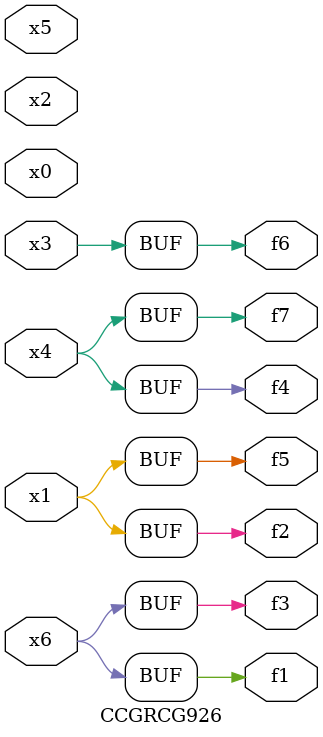
<source format=v>
module CCGRCG926(
	input x0, x1, x2, x3, x4, x5, x6,
	output f1, f2, f3, f4, f5, f6, f7
);
	assign f1 = x6;
	assign f2 = x1;
	assign f3 = x6;
	assign f4 = x4;
	assign f5 = x1;
	assign f6 = x3;
	assign f7 = x4;
endmodule

</source>
